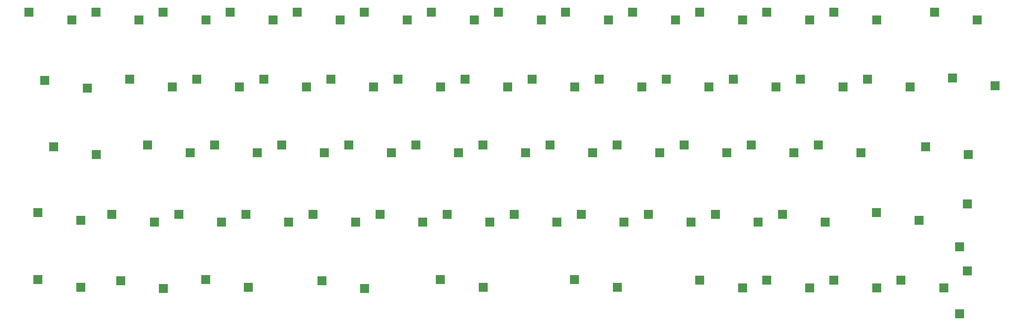
<source format=gbr>
G04 --- HEADER BEGIN --- *
G04 #@! TF.GenerationSoftware,LibrePCB,LibrePCB,0.1.6*
G04 #@! TF.CreationDate,2022-01-23T01:59:08*
G04 #@! TF.ProjectId,kbdkid2,7819c900-32f6-47f1-a260-aa52c2de7dd9,v1*
G04 #@! TF.Part,Single*
G04 #@! TF.SameCoordinates*
G04 #@! TF.FileFunction,Copper,L2,Bot*
G04 #@! TF.FilePolarity,Positive*
%FSLAX66Y66*%
%MOMM*%
G01*
G75*
G04 --- HEADER END --- *
G04 --- APERTURE LIST BEGIN --- *
G04 #@! TA.AperFunction,SMDPad,CuDef*
%ADD10R,2.6X2.6*%
G04 #@! TD*
G04 --- APERTURE LIST END --- *
G04 --- BOARD BEGIN --- *
D10*
G04 #@! TO.N,N37*
G04 #@! TO.C,S37*
G04 #@! TO.P,S37,1,1*
X194630000Y61215000D03*
G04 #@! TO.N,C8*
G04 #@! TO.P,S37,2,2*
X182480000Y63415000D03*
G04 #@! TO.N,N44*
G04 #@! TO.C,S44*
G04 #@! TO.P,S44,1,1*
X70170000Y41535000D03*
G04 #@! TO.N,C2*
G04 #@! TO.P,S44,2,2*
X58020000Y43735000D03*
G04 #@! TO.N,N45*
G04 #@! TO.C,S45*
G04 #@! TO.P,S45,1,1*
X89220000Y41535000D03*
G04 #@! TO.N,C3*
G04 #@! TO.P,S45,2,2*
X77070000Y43735000D03*
G04 #@! TO.N,N54*
G04 #@! TO.C,S54*
G04 #@! TO.P,S54,1,1*
X268290000Y42005000D03*
G04 #@! TO.N,C12*
G04 #@! TO.P,S54,2,2*
X256140000Y44205000D03*
G04 #@! TO.N,N40*
G04 #@! TO.C,S40*
G04 #@! TO.P,S40,1,1*
X251780000Y61215000D03*
G04 #@! TO.N,C11*
G04 #@! TO.P,S40,2,2*
X239630000Y63415000D03*
G04 #@! TO.N,N28*
G04 #@! TO.C,S28*
G04 #@! TO.P,S28,1,1*
X289880000Y80265000D03*
G04 #@! TO.N,C13*
G04 #@! TO.P,S28,2,2*
X277730000Y82465000D03*
G04 #@! TO.N,N1*
G04 #@! TO.C,S1*
G04 #@! TO.P,S1,1,1*
X27625000Y99000000D03*
G04 #@! TO.N,C0*
G04 #@! TO.P,S1,2,2*
X15475000Y101200000D03*
G04 #@! TO.N,N27*
G04 #@! TO.C,S27*
G04 #@! TO.P,S27,1,1*
X265750000Y79945000D03*
G04 #@! TO.N,C12*
G04 #@! TO.P,S27,2,2*
X253600000Y82145000D03*
G04 #@! TO.N,N7*
G04 #@! TO.C,S7*
G04 #@! TO.P,S7,1,1*
X141925000Y99000000D03*
G04 #@! TO.N,C6*
G04 #@! TO.P,S7,2,2*
X129775000Y101200000D03*
G04 #@! TO.N,N24*
G04 #@! TO.C,S24*
G04 #@! TO.P,S24,1,1*
X208600000Y79945000D03*
G04 #@! TO.N,C9*
G04 #@! TO.P,S24,2,2*
X196450000Y82145000D03*
G04 #@! TO.N,N12*
G04 #@! TO.C,S12*
G04 #@! TO.P,S12,1,1*
X237175000Y99000000D03*
G04 #@! TO.N,C11*
G04 #@! TO.P,S12,2,2*
X225025000Y101200000D03*
G04 #@! TO.N,N43*
G04 #@! TO.C,S43*
G04 #@! TO.P,S43,1,1*
X51120000Y41535000D03*
G04 #@! TO.N,C1*
G04 #@! TO.P,S43,2,2*
X38970000Y43735000D03*
G04 #@! TO.N,N11*
G04 #@! TO.C,S11*
G04 #@! TO.P,S11,1,1*
X218125000Y99000000D03*
G04 #@! TO.N,C10*
G04 #@! TO.P,S11,2,2*
X205975000Y101200000D03*
G04 #@! TO.N,N80*
G04 #@! TO.C,S18*
G04 #@! TO.P,S18,1,1*
X94300000Y79945000D03*
G04 #@! TO.N,C3*
G04 #@! TO.P,S18,2,2*
X82150000Y82145000D03*
G04 #@! TO.N,N58*
G04 #@! TO.C,S58*
G04 #@! TO.P,S58,1,1*
X77790000Y22955000D03*
G04 #@! TO.N,C2*
G04 #@! TO.P,S58,2,2*
X65640000Y25155000D03*
G04 #@! TO.N,N10*
G04 #@! TO.C,S10*
G04 #@! TO.P,S10,1,1*
X199075000Y99000000D03*
G04 #@! TO.N,C9*
G04 #@! TO.P,S10,2,2*
X186925000Y101200000D03*
G04 #@! TO.N,N32*
G04 #@! TO.C,S32*
G04 #@! TO.P,S32,1,1*
X99380000Y61215000D03*
G04 #@! TO.N,C3*
G04 #@! TO.P,S32,2,2*
X87230000Y63415000D03*
G04 #@! TO.N,N61*
G04 #@! TO.C,S61*
G04 #@! TO.P,S61,1,1*
X182565000Y22960000D03*
G04 #@! TO.N,C8*
G04 #@! TO.P,S61,2,2*
X170415000Y25160000D03*
G04 #@! TO.N,N41*
G04 #@! TO.C,S41*
G04 #@! TO.P,S41,1,1*
X282260000Y60745000D03*
G04 #@! TO.N,C13*
G04 #@! TO.P,S41,2,2*
X270110000Y62945000D03*
G04 #@! TO.N,N23*
G04 #@! TO.C,S23*
G04 #@! TO.P,S23,1,1*
X189550000Y79945000D03*
G04 #@! TO.N,C8*
G04 #@! TO.P,S23,2,2*
X177400000Y82145000D03*
G04 #@! TO.N,N19*
G04 #@! TO.C,S19*
G04 #@! TO.P,S19,1,1*
X113350000Y79945000D03*
G04 #@! TO.N,C4*
G04 #@! TO.P,S19,2,2*
X101200000Y82145000D03*
G04 #@! TO.N,N8*
G04 #@! TO.C,S8*
G04 #@! TO.P,S8,1,1*
X160975000Y99000000D03*
G04 #@! TO.N,C7*
G04 #@! TO.P,S8,2,2*
X148825000Y101200000D03*
G04 #@! TO.N,N56*
G04 #@! TO.C,S56*
G04 #@! TO.P,S56,1,1*
X30165000Y22960000D03*
G04 #@! TO.N,C0*
G04 #@! TO.P,S56,2,2*
X18015000Y25160000D03*
G04 #@! TO.N,N30*
G04 #@! TO.C,S30*
G04 #@! TO.P,S30,1,1*
X61280000Y61215000D03*
G04 #@! TO.N,C1*
G04 #@! TO.P,S30,2,2*
X49130000Y63415000D03*
G04 #@! TO.N,N20*
G04 #@! TO.C,S20*
G04 #@! TO.P,S20,1,1*
X132400000Y79945000D03*
G04 #@! TO.N,C5*
G04 #@! TO.P,S20,2,2*
X120250000Y82145000D03*
G04 #@! TO.N,N2*
G04 #@! TO.C,S2*
G04 #@! TO.P,S2,1,1*
X46675000Y99000000D03*
G04 #@! TO.N,C1*
G04 #@! TO.P,S2,2,2*
X34525000Y101200000D03*
G04 #@! TO.N,N42*
G04 #@! TO.C,S42*
G04 #@! TO.P,S42,1,1*
X30165000Y42010000D03*
G04 #@! TO.N,C0*
G04 #@! TO.P,S42,2,2*
X18015000Y44210000D03*
G04 #@! TO.N,N38*
G04 #@! TO.C,S38*
G04 #@! TO.P,S38,1,1*
X213680000Y61215000D03*
G04 #@! TO.N,C9*
G04 #@! TO.P,S38,2,2*
X201530000Y63415000D03*
G04 #@! TO.N,N34*
G04 #@! TO.C,S34*
G04 #@! TO.P,S34,1,1*
X137480000Y61215000D03*
G04 #@! TO.N,C5*
G04 #@! TO.P,S34,2,2*
X125330000Y63415000D03*
G04 #@! TO.N,N39*
G04 #@! TO.C,S39*
G04 #@! TO.P,S39,1,1*
X232730000Y61215000D03*
G04 #@! TO.N,C10*
G04 #@! TO.P,S39,2,2*
X220580000Y63415000D03*
G04 #@! TO.N,N31*
G04 #@! TO.C,S31*
G04 #@! TO.P,S31,1,1*
X80330000Y61215000D03*
G04 #@! TO.N,C2*
G04 #@! TO.P,S31,2,2*
X68180000Y63415000D03*
G04 #@! TO.N,N6*
G04 #@! TO.C,S6*
G04 #@! TO.P,S6,1,1*
X122875000Y99000000D03*
G04 #@! TO.N,C5*
G04 #@! TO.P,S6,2,2*
X110725000Y101200000D03*
G04 #@! TO.N,N5*
G04 #@! TO.C,S5*
G04 #@! TO.P,S5,1,1*
X103825000Y99000000D03*
G04 #@! TO.N,C4*
G04 #@! TO.P,S5,2,2*
X91675000Y101200000D03*
G04 #@! TO.N,N55*
G04 #@! TO.C,S55*
G04 #@! TO.P,S55,1,1*
X282000000Y46675000D03*
G04 #@! TO.N,C13*
G04 #@! TO.P,S55,2,2*
X279800000Y34525000D03*
G04 #@! TO.N,N3*
G04 #@! TO.C,S3*
G04 #@! TO.P,S3,1,1*
X65725000Y99000000D03*
G04 #@! TO.N,C2*
G04 #@! TO.P,S3,2,2*
X53575000Y101200000D03*
G04 #@! TO.N,N57*
G04 #@! TO.C,S57*
G04 #@! TO.P,S57,1,1*
X53660000Y22645000D03*
G04 #@! TO.N,C1*
G04 #@! TO.P,S57,2,2*
X41510000Y24845000D03*
G04 #@! TO.N,N14*
G04 #@! TO.C,S14*
G04 #@! TO.P,S14,1,1*
X284800000Y98995000D03*
G04 #@! TO.N,C13*
G04 #@! TO.P,S14,2,2*
X272650000Y101195000D03*
G04 #@! TO.N,N33*
G04 #@! TO.C,S33*
G04 #@! TO.P,S33,1,1*
X118430000Y61215000D03*
G04 #@! TO.N,C4*
G04 #@! TO.P,S33,2,2*
X106280000Y63415000D03*
G04 #@! TO.N,N65*
G04 #@! TO.C,S65*
G04 #@! TO.P,S65,1,1*
X275275000Y22800000D03*
G04 #@! TO.N,C12*
G04 #@! TO.P,S65,2,2*
X263125000Y25000000D03*
G04 #@! TO.N,N51*
G04 #@! TO.C,S51*
G04 #@! TO.P,S51,1,1*
X203520000Y41535000D03*
G04 #@! TO.N,C9*
G04 #@! TO.P,S51,2,2*
X191370000Y43735000D03*
G04 #@! TO.N,N13*
G04 #@! TO.C,S13*
G04 #@! TO.P,S13,1,1*
X256225000Y99000000D03*
G04 #@! TO.N,C12*
G04 #@! TO.P,S13,2,2*
X244075000Y101200000D03*
G04 #@! TO.N,N46*
G04 #@! TO.C,S46*
G04 #@! TO.P,S46,1,1*
X108270000Y41535000D03*
G04 #@! TO.N,C4*
G04 #@! TO.P,S46,2,2*
X96120000Y43735000D03*
G04 #@! TO.N,N35*
G04 #@! TO.C,S35*
G04 #@! TO.P,S35,1,1*
X156530000Y61215000D03*
G04 #@! TO.N,C6*
G04 #@! TO.P,S35,2,2*
X144380000Y63415000D03*
G04 #@! TO.N,N22*
G04 #@! TO.C,S22*
G04 #@! TO.P,S22,1,1*
X170500000Y79945000D03*
G04 #@! TO.N,C7*
G04 #@! TO.P,S22,2,2*
X158350000Y82145000D03*
G04 #@! TO.N,N15*
G04 #@! TO.C,S15*
G04 #@! TO.P,S15,1,1*
X32070000Y79635000D03*
G04 #@! TO.N,C0*
G04 #@! TO.P,S15,2,2*
X19920000Y81835000D03*
G04 #@! TO.N,N79*
G04 #@! TO.C,S17*
G04 #@! TO.P,S17,1,1*
X75250000Y79945000D03*
G04 #@! TO.N,C2*
G04 #@! TO.P,S17,2,2*
X63100000Y82145000D03*
G04 #@! TO.N,N52*
G04 #@! TO.C,S52*
G04 #@! TO.P,S52,1,1*
X222570000Y41535000D03*
G04 #@! TO.N,C10*
G04 #@! TO.P,S52,2,2*
X210420000Y43735000D03*
G04 #@! TO.N,N9*
G04 #@! TO.C,S9*
G04 #@! TO.P,S9,1,1*
X180025000Y99000000D03*
G04 #@! TO.N,C8*
G04 #@! TO.P,S9,2,2*
X167875000Y101200000D03*
G04 #@! TO.N,N66*
G04 #@! TO.C,S66*
G04 #@! TO.P,S66,1,1*
X282000000Y27625000D03*
G04 #@! TO.N,C13*
G04 #@! TO.P,S66,2,2*
X279800000Y15475000D03*
G04 #@! TO.N,N16*
G04 #@! TO.C,S16*
G04 #@! TO.P,S16,1,1*
X56200000Y79945000D03*
G04 #@! TO.N,C1*
G04 #@! TO.P,S16,2,2*
X44050000Y82145000D03*
G04 #@! TO.N,N53*
G04 #@! TO.C,S53*
G04 #@! TO.P,S53,1,1*
X241620000Y41535000D03*
G04 #@! TO.N,C11*
G04 #@! TO.P,S53,2,2*
X229470000Y43735000D03*
G04 #@! TO.N,N21*
G04 #@! TO.C,S21*
G04 #@! TO.P,S21,1,1*
X151450000Y79945000D03*
G04 #@! TO.N,C6*
G04 #@! TO.P,S21,2,2*
X139300000Y82145000D03*
G04 #@! TO.N,N25*
G04 #@! TO.C,S25*
G04 #@! TO.P,S25,1,1*
X227650000Y79945000D03*
G04 #@! TO.N,C10*
G04 #@! TO.P,S25,2,2*
X215500000Y82145000D03*
G04 #@! TO.N,N60*
G04 #@! TO.C,S60*
G04 #@! TO.P,S60,1,1*
X144465000Y22960000D03*
G04 #@! TO.N,C6*
G04 #@! TO.P,S60,2,2*
X132315000Y25160000D03*
G04 #@! TO.N,N62*
G04 #@! TO.C,S62*
G04 #@! TO.P,S62,1,1*
X218125000Y22800000D03*
G04 #@! TO.N,C9*
G04 #@! TO.P,S62,2,2*
X205975000Y25000000D03*
G04 #@! TO.N,N49*
G04 #@! TO.C,S49*
G04 #@! TO.P,S49,1,1*
X165420000Y41535000D03*
G04 #@! TO.N,C7*
G04 #@! TO.P,S49,2,2*
X153270000Y43735000D03*
G04 #@! TO.N,N29*
G04 #@! TO.C,S29*
G04 #@! TO.P,S29,1,1*
X34610000Y60745000D03*
G04 #@! TO.N,C0*
G04 #@! TO.P,S29,2,2*
X22460000Y62945000D03*
G04 #@! TO.N,N63*
G04 #@! TO.C,S63*
G04 #@! TO.P,S63,1,1*
X237175000Y22800000D03*
G04 #@! TO.N,C10*
G04 #@! TO.P,S63,2,2*
X225025000Y25000000D03*
G04 #@! TO.N,N26*
G04 #@! TO.C,S26*
G04 #@! TO.P,S26,1,1*
X246700000Y79945000D03*
G04 #@! TO.N,C11*
G04 #@! TO.P,S26,2,2*
X234550000Y82145000D03*
G04 #@! TO.N,N48*
G04 #@! TO.C,S48*
G04 #@! TO.P,S48,1,1*
X146370000Y41535000D03*
G04 #@! TO.N,C6*
G04 #@! TO.P,S48,2,2*
X134220000Y43735000D03*
G04 #@! TO.N,N64*
G04 #@! TO.C,S64*
G04 #@! TO.P,S64,1,1*
X256225000Y22800000D03*
G04 #@! TO.N,C11*
G04 #@! TO.P,S64,2,2*
X244075000Y25000000D03*
G04 #@! TO.N,N4*
G04 #@! TO.C,S4*
G04 #@! TO.P,S4,1,1*
X84775000Y99000000D03*
G04 #@! TO.N,C3*
G04 #@! TO.P,S4,2,2*
X72625000Y101200000D03*
G04 #@! TO.N,N47*
G04 #@! TO.C,S47*
G04 #@! TO.P,S47,1,1*
X127320000Y41535000D03*
G04 #@! TO.N,C5*
G04 #@! TO.P,S47,2,2*
X115170000Y43735000D03*
G04 #@! TO.N,N59*
G04 #@! TO.C,S59*
G04 #@! TO.P,S59,1,1*
X110810000Y22645000D03*
G04 #@! TO.N,C4*
G04 #@! TO.P,S59,2,2*
X98660000Y24845000D03*
G04 #@! TO.N,N36*
G04 #@! TO.C,S36*
G04 #@! TO.P,S36,1,1*
X175580000Y61215000D03*
G04 #@! TO.N,C7*
G04 #@! TO.P,S36,2,2*
X163430000Y63415000D03*
G04 #@! TO.N,N50*
G04 #@! TO.C,S50*
G04 #@! TO.P,S50,1,1*
X184470000Y41535000D03*
G04 #@! TO.N,C8*
G04 #@! TO.P,S50,2,2*
X172320000Y43735000D03*
G04 --- BOARD END --- *
G04 #@! TF.MD5,22b1bb98c3831d36019ebedbec573f7c*
M02*

</source>
